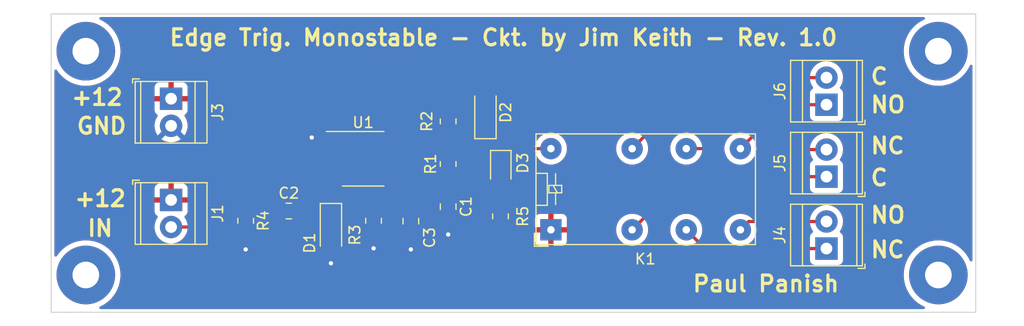
<source format=kicad_pcb>
(kicad_pcb (version 20221018) (generator pcbnew)
  (title_block (title "Edge Triggered Monostable (1 sec duration)") (date "2023-07-30") (rev "1.0") (company "Paul Panish"))
  (layers (0 "F.Cu" signal) (31 "B.Cu" signal) (34 "B.Paste" user) (35 "F.Paste" user) (36 "B.SilkS" user "B.Silkscreen") (37 "F.SilkS" user "F.Silkscreen") (38 "B.Mask" user) (39 "F.Mask" user) (44 "Edge.Cuts" user))
  (net 0 "")
  (net 1 "Net-(U1-TR)")
  (net 2 "GND")
  (net 3 "Net-(J1-Pin_2)")
  (net 4 "Net-(D1-K)")
  (net 5 "Net-(U1-CV)")
  (net 6 "+12V")
  (net 7 "Net-(D2-A)")
  (net 8 "Net-(U1-DIS)")
  (net 9 "Net-(D3-A)")
  (net 10 "Net-(J4-Pin_1)")
  (net 11 "Net-(J4-Pin_2)")
  (net 12 "Net-(J5-Pin_1)")
  (net 13 "Net-(J5-Pin_2)")
  (net 14 "Net-(J6-Pin_1)")
  (net 15 "Net-(J6-Pin_2)")
  (footprint "TerminalBlock_TE-Connectivity:TerminalBlock_TE_282834-2_1x02_P2.54mm_Horizontal" (layer "F.Cu") (at 153.5 95.02 90)
    (fp_text reference "J6" (at 1.27 -4.37 90) (layer "F.SilkS"))
    (fp_text value "Screw_Terminal_01x02")
    (fp_line (start -1.86 2.97) (end -1.86 3.61) (stroke (width 0.12)) (layer "F.SilkS"))
    (fp_line (start -1.86 3.61) (end -1.46 3.61) (stroke (width 0.12)) (layer "F.SilkS"))
    (fp_line (start -1.62 -3.37) (end -1.62 3.37) (stroke (width 0.12)) (layer "F.SilkS"))
    (fp_line (start -1.62 -3.37) (end 4.16 -3.37) (stroke (width 0.12)) (layer "F.SilkS"))
    (fp_line (start -1.62 -2.25) (end 4.16 -2.25) (stroke (width 0.12)) (layer "F.SilkS"))
    (fp_line (start -1.62 2.85) (end 4.16 2.85) (stroke (width 0.12)) (layer "F.SilkS"))
    (fp_line (start -1.62 3.37) (end 4.16 3.37) (stroke (width 0.12)) (layer "F.SilkS"))
    (fp_line (start 4.16 -3.37) (end 4.16 3.37) (stroke (width 0.12)) (layer "F.SilkS"))
    (pad "1" thru_hole rect (at 0 0 90) (size 2.1 2.1) (drill 1.1) (layers "*.Cu" "*.Mask") (net 14 "Net-(J6-Pin_1)"))
    (pad "2" thru_hole circle (at 2.54 0 90) (size 2.1 2.1) (drill 1.1) (layers "*.Cu" "*.Mask") (net 15 "Net-(J6-Pin_2)"))
  )
  (footprint "TerminalBlock_TE-Connectivity:TerminalBlock_TE_282834-2_1x02_P2.54mm_Horizontal" (layer "F.Cu") (at 92 103.96 -90)
    (fp_text reference "J1" (at 1.27 -4.37 -90) (layer "F.SilkS"))
    (fp_text value "Screw_Terminal_01x02")
    (fp_line (start -1.86 2.97) (end -1.86 3.61) (stroke (width 0.12)) (layer "F.SilkS"))
    (fp_line (start -1.86 3.61) (end -1.46 3.61) (stroke (width 0.12)) (layer "F.SilkS"))
    (fp_line (start -1.62 -3.37) (end -1.62 3.37) (stroke (width 0.12)) (layer "F.SilkS"))
    (fp_line (start -1.62 -3.37) (end 4.16 -3.37) (stroke (width 0.12)) (layer "F.SilkS"))
    (fp_line (start -1.62 -2.25) (end 4.16 -2.25) (stroke (width 0.12)) (layer "F.SilkS"))
    (fp_line (start -1.62 2.85) (end 4.16 2.85) (stroke (width 0.12)) (layer "F.SilkS"))
    (fp_line (start -1.62 3.37) (end 4.16 3.37) (stroke (width 0.12)) (layer "F.SilkS"))
    (fp_line (start 4.16 -3.37) (end 4.16 3.37) (stroke (width 0.12)) (layer "F.SilkS"))
    (pad "1" thru_hole rect (at 0 0 270) (size 2.1 2.1) (drill 1.1) (layers "*.Cu" "*.Mask") (net 6 "+12V"))
    (pad "2" thru_hole circle (at 2.54 0 270) (size 2.1 2.1) (drill 1.1) (layers "*.Cu" "*.Mask") (net 3 "Net-(J1-Pin_2)"))
  )
  (footprint "Relay_THT:Relay_DPDT_Omron_G5V-2" (layer "F.Cu") (at 127.6425 106.7625 90)
    (fp_text reference "K1" (at -2.7375 8.8575) (layer "F.SilkS"))
    (fp_text value "G5V-2" hide)
    (fp_line (start -1.54 -1.55) (end -0.33 -1.55) (stroke (width 0.12)) (layer "F.SilkS"))
    (fp_line (start -1.54 -0.25) (end -1.54 -1.55) (stroke (width 0.12)) (layer "F.SilkS"))
    (fp_line (start -1.38 -1.4) (end -1.38 19.19) (stroke (width 0.12)) (layer "F.SilkS"))
    (fp_line (start -1.38 19.19) (end 9 19.19) (stroke (width 0.12)) (layer "F.SilkS"))
    (fp_line (start 2.3 -1.4) (end 2.3 -0.36) (stroke (width 0.12)) (layer "F.SilkS"))
    (fp_line (start 2.3 -0.34) (end 5.3 -0.34) (stroke (width 0.12)) (layer "F.SilkS"))
    (fp_line (start 3.47 -0.19) (end 3.47 1.01) (stroke (width 0.12)) (layer "F.SilkS"))
    (fp_line (start 3.47 0.44) (end 2.37 0.44) (stroke (width 0.12)) (layer "F.SilkS"))
    (fp_line (start 3.47 0.61) (end 4.17 0.21) (stroke (width 0.12)) (layer "F.SilkS"))
    (fp_line (start 3.47 1.01) (end 4.17 1.01) (stroke (width 0.12)) (layer "F.SilkS"))
    (fp_line (start 4.17 -0.19) (end 3.47 -0.19) (stroke (width 0.12)) (layer "F.SilkS"))
    (fp_line (start 4.17 0.44) (end 5.27 0.44) (stroke (width 0.12)) (layer "F.SilkS"))
    (fp_line (start 4.17 1.01) (end 4.17 -0.19) (stroke (width 0.12)) (layer "F.SilkS"))
    (fp_line (start 5.3 -0.34) (end 5.3 -1.4) (stroke (width 0.12)) (layer "F.SilkS"))
    (fp_line (start 9 -1.4) (end -1.38 -1.4) (stroke (width 0.12)) (layer "F.SilkS"))
    (fp_line (start 9 19.19) (end 9 -1.4) (stroke (width 0.12)) (layer "F.SilkS"))
    (pad "1" thru_hole rect (at 0 0 90) (size 2 2) (drill 0.7) (layers "*.Cu" "*.Mask") (net 6 "+12V"))
    (pad "4" thru_hole circle (at 0 7.62 90) (size 2 2) (drill 0.7) (layers "*.Cu" "*.Mask") (net 12 "Net-(J5-Pin_1)"))
    (pad "6" thru_hole circle (at 0 12.7 90) (size 2 2) (drill 0.7) (layers "*.Cu" "*.Mask") (net 10 "Net-(J4-Pin_1)"))
    (pad "8" thru_hole circle (at 0 17.78 90) (size 2 2) (drill 0.7) (layers "*.Cu" "*.Mask") (net 11 "Net-(J4-Pin_2)"))
    (pad "9" thru_hole circle (at 7.62 17.78 90) (size 2 2) (drill 0.7) (layers "*.Cu" "*.Mask") (net 14 "Net-(J6-Pin_1)"))
    (pad "11" thru_hole circle (at 7.62 12.7 90) (size 2 2) (drill 0.7) (layers "*.Cu" "*.Mask") (net 13 "Net-(J5-Pin_2)"))
    (pad "13" thru_hole circle (at 7.62 7.62 90) (size 2 2) (drill 0.7) (layers "*.Cu" "*.Mask") (net 15 "Net-(J6-Pin_2)"))
    (pad "16" thru_hole circle (at 7.62 0 90) (size 2 2) (drill 0.7) (layers "*.Cu" "*.Mask") (net 7 "Net-(D2-A)"))
  )
  (footprint "MountingHole:MountingHole_2.5mm" (layer "F.Cu") (at 164 111)
    (fp_text reference "REF**" hide)
    (fp_text value "MountingHole_2.5mm")
    (pad "" np_thru_hole circle (at 0 0) (size 5.5 5.5) (drill 2.5) (layers "F&B.Cu" "*.Mask"))
  )
  (footprint "Resistor_SMD:R_0805_2012Metric" (layer "F.Cu") (at 118 100.5875 90)
    (fp_text reference "R1" (at 0 -1.65 90) (layer "F.SilkS"))
    (fp_text value "1M" hide)
    (fp_line (start -0.227064 -0.735) (end 0.227064 -0.735) (stroke (width 0.12)) (layer "F.SilkS"))
    (fp_line (start -0.227064 0.735) (end 0.227064 0.735) (stroke (width 0.12)) (layer "F.SilkS"))
    (pad "1" smd roundrect (at -0.9125 0 90) (size 1.025 1.4) (layers "F.Cu" "F.Paste" "F.Mask") (roundrect_rratio 0.243902439) (net 1 "Net-(U1-TR)"))
    (pad "2" smd roundrect (at 0.9125 0 90) (size 1.025 1.4) (layers "F.Cu" "F.Paste" "F.Mask") (roundrect_rratio 0.243902439) (net 8 "Net-(U1-DIS)"))
  )
  (footprint "Resistor_SMD:R_0805_2012Metric" (layer "F.Cu") (at 118 96.5875 -90)
    (fp_text reference "R2" (at 0 2 90) (layer "F.SilkS"))
    (fp_text value "10K" hide)
    (fp_line (start -0.227064 -0.735) (end 0.227064 -0.735) (stroke (width 0.12)) (layer "F.SilkS"))
    (fp_line (start -0.227064 0.735) (end 0.227064 0.735) (stroke (width 0.12)) (layer "F.SilkS"))
    (pad "1" smd roundrect (at -0.9125 0 270) (size 1.025 1.4) (layers "F.Cu" "F.Paste" "F.Mask") (roundrect_rratio 0.243902439) (net 6 "+12V"))
    (pad "2" smd roundrect (at 0.9125 0 270) (size 1.025 1.4) (layers "F.Cu" "F.Paste" "F.Mask") (roundrect_rratio 0.243902439) (net 8 "Net-(U1-DIS)"))
  )
  (footprint "LED_SMD:LED_0805_2012Metric" (layer "F.Cu") (at 122.9375 101 -90)
    (fp_text reference "D3" (at -0.5 -2.0625 90) (layer "F.SilkS"))
    (fp_text value "LED")
    (fp_line (start -1.685 -0.96) (end -1.685 0.96) (stroke (width 0.12)) (layer "F.SilkS"))
    (fp_line (start -1.685 0.96) (end 1 0.96) (stroke (width 0.12)) (layer "F.SilkS"))
    (fp_line (start 1 -0.96) (end -1.685 -0.96) (stroke (width 0.12)) (layer "F.SilkS"))
    (pad "1" smd roundrect (at -0.9375 0 270) (size 0.975 1.4) (layers "F.Cu" "F.Paste" "F.Mask") (net 7 "Net-(D2-A)"))
    (pad "2" smd roundrect (at 0.9375 0 270) (size 0.975 1.4) (layers "F.Cu" "F.Paste" "F.Mask") (net 9 "Net-(D3-A)"))
  )
  (footprint "MountingHole:MountingHole_2.5mm" (layer "F.Cu") (at 84 111)
    (fp_text reference "REF**" hide)
    (fp_text value "MountingHole_2.5mm")
    (pad "" np_thru_hole circle (at 0 0) (size 5.5 5.5) (drill 2.5) (layers "F&B.Cu" "*.Mask"))
  )
  (footprint "TerminalBlock_TE-Connectivity:TerminalBlock_TE_282834-2_1x02_P2.54mm_Horizontal" (layer "F.Cu") (at 153.5 101.77 90)
    (fp_text reference "J5" (at 1.27 -4.37 90) (layer "F.SilkS"))
    (fp_text value "Screw_Terminal_01x02")
    (fp_line (start -1.86 2.97) (end -1.86 3.61) (stroke (width 0.12)) (layer "F.SilkS"))
    (fp_line (start -1.86 3.61) (end -1.46 3.61) (stroke (width 0.12)) (layer "F.SilkS"))
    (fp_line (start -1.62 -3.37) (end -1.62 3.37) (stroke (width 0.12)) (layer "F.SilkS"))
    (fp_line (start -1.62 -3.37) (end 4.16 -3.37) (stroke (width 0.12)) (layer "F.SilkS"))
    (fp_line (start -1.62 -2.25) (end 4.16 -2.25) (stroke (width 0.12)) (layer "F.SilkS"))
    (fp_line (start -1.62 2.85) (end 4.16 2.85) (stroke (width 0.12)) (layer "F.SilkS"))
    (fp_line (start -1.62 3.37) (end 4.16 3.37) (stroke (width 0.12)) (layer "F.SilkS"))
    (fp_line (start 4.16 -3.37) (end 4.16 3.37) (stroke (width 0.12)) (layer "F.SilkS"))
    (pad "1" thru_hole rect (at 0 0 90) (size 2.1 2.1) (drill 1.1) (layers "*.Cu" "*.Mask") (net 12 "Net-(J5-Pin_1)"))
    (pad "2" thru_hole circle (at 2.54 0 90) (size 2.1 2.1) (drill 1.1) (layers "*.Cu" "*.Mask") (net 13 "Net-(J5-Pin_2)"))
  )
  (footprint "TerminalBlock_TE-Connectivity:TerminalBlock_TE_282834-2_1x02_P2.54mm_Horizontal" (layer "F.Cu") (at 153.5 108.52 90)
    (fp_text reference "J4" (at 1.27 -4.37 90) (layer "F.SilkS"))
    (fp_text value "Screw_Terminal_01x02")
    (fp_line (start -1.86 2.97) (end -1.86 3.61) (stroke (width 0.12)) (layer "F.SilkS"))
    (fp_line (start -1.86 3.61) (end -1.46 3.61) (stroke (width 0.12)) (layer "F.SilkS"))
    (fp_line (start -1.62 -3.37) (end -1.62 3.37) (stroke (width 0.12)) (layer "F.SilkS"))
    (fp_line (start -1.62 -3.37) (end 4.16 -3.37) (stroke (width 0.12)) (layer "F.SilkS"))
    (fp_line (start -1.62 -2.25) (end 4.16 -2.25) (stroke (width 0.12)) (layer "F.SilkS"))
    (fp_line (start -1.62 2.85) (end 4.16 2.85) (stroke (width 0.12)) (layer "F.SilkS"))
    (fp_line (start -1.62 3.37) (end 4.16 3.37) (stroke (width 0.12)) (layer "F.SilkS"))
    (fp_line (start 4.16 -3.37) (end 4.16 3.37) (stroke (width 0.12)) (layer "F.SilkS"))
    (pad "1" thru_hole rect (at 0 0 90) (size 2.1 2.1) (drill 1.1) (layers "*.Cu" "*.Mask") (net 10 "Net-(J4-Pin_1)"))
    (pad "2" thru_hole circle (at 2.54 0 90) (size 2.1 2.1) (drill 1.1) (layers "*.Cu" "*.Mask") (net 11 "Net-(J4-Pin_2)"))
  )
  (footprint "Package_SO:SOIC-8_3.9x4.9mm_P1.27mm" (layer "F.Cu") (at 110.025 100.095)
    (fp_text reference "U1" (at 0 -3.4) (layer "F.SilkS"))
    (fp_text value "NE555D" hide)
    (fp_line (start 0 -2.56) (end -3.45 -2.56) (stroke (width 0.12)) (layer "F.SilkS"))
    (fp_line (start 0 -2.56) (end 1.95 -2.56) (stroke (width 0.12)) (layer "F.SilkS"))
    (fp_line (start 0 2.56) (end -1.95 2.56) (stroke (width 0.12)) (layer "F.SilkS"))
    (fp_line (start 0 2.56) (end 1.95 2.56) (stroke (width 0.12)) (layer "F.SilkS"))
    (pad "1" smd roundrect (at -2.475 -1.905) (size 1.95 0.6) (layers "F.Cu" "F.Paste" "F.Mask") (net 2 "GND"))
    (pad "2" smd roundrect (at -2.475 -0.635) (size 1.95 0.6) (layers "F.Cu" "F.Paste" "F.Mask") (net 1 "Net-(U1-TR)"))
    (pad "3" smd roundrect (at -2.475 0.635) (size 1.95 0.6) (layers "F.Cu" "F.Paste" "F.Mask") (net 7 "Net-(D2-A)"))
    (pad "4" smd roundrect (at -2.475 1.905) (size 1.95 0.6) (layers "F.Cu" "F.Paste" "F.Mask") (net 6 "+12V"))
    (pad "5" smd roundrect (at 2.475 1.905) (size 1.95 0.6) (layers "F.Cu" "F.Paste" "F.Mask") (net 5 "Net-(U1-CV)"))
    (pad "6" smd roundrect (at 2.475 0.635) (size 1.95 0.6) (layers "F.Cu" "F.Paste" "F.Mask") (net 4 "Net-(D1-K)"))
    (pad "7" smd roundrect (at 2.475 -0.635) (size 1.95 0.6) (layers "F.Cu" "F.Paste" "F.Mask") (net 8 "Net-(U1-DIS)"))
    (pad "8" smd roundrect (at 2.475 -1.905) (size 1.95 0.6) (layers "F.Cu" "F.Paste" "F.Mask") (net 6 "+12V"))
  )
  (footprint "Resistor_SMD:R_0805_2012Metric" (layer "F.Cu") (at 122.9125 105.5 90)
    (fp_text reference "R5" (at 0 2.0875 90) (layer "F.SilkS"))
    (fp_text value "1.5K")
    (fp_line (start -0.227064 -0.735) (end 0.227064 -0.735) (stroke (width 0.12)) (layer "F.SilkS"))
    (fp_line (start -0.227064 0.735) (end 0.227064 0.735) (stroke (width 0.12)) (layer "F.SilkS"))
    (pad "1" smd roundrect (at -0.9125 0 90) (size 1.025 1.4) (layers "F.Cu" "F.Paste" "F.Mask") (roundrect_rratio 0.243902439) (net 6 "+12V"))
    (pad "2" smd roundrect (at 0.9125 0 90) (size 1.025 1.4) (layers "F.Cu" "F.Paste" "F.Mask") (roundrect_rratio 0.243902439) (net 9 "Net-(D3-A)"))
  )
  (footprint "Diode_SMD:D_SOD-123" (layer "F.Cu") (at 107 106.65 -90)
    (fp_text reference "D1" (at 1.35 2 90) (layer "F.SilkS"))
    (fp_text value "1N4148" hide)
    (fp_line (start -2.36 -1) (end -2.36 1) (stroke (width 0.12)) (layer "F.SilkS"))
    (fp_line (start -2.36 -1) (end 1.65 -1) (stroke (width 0.12)) (layer "F.SilkS"))
    (fp_line (start -2.36 1) (end 1.65 1) (stroke (width 0.12)) (layer "F.SilkS"))
    (pad "1" smd roundrect (at -1.65 0 270) (size 0.9 1.2) (layers "F.Cu" "F.Paste" "F.Mask") (net 4 "Net-(D1-K)"))
    (pad "2" smd roundrect (at 1.65 0 270) (size 0.9 1.2) (layers "F.Cu" "F.Paste" "F.Mask") (net 2 "GND"))
  )
  (footprint "Capacitor_SMD:C_0805_2012Metric" (layer "F.Cu") (at 114.5 105.95 -90)
    (fp_text reference "C3" (at 1.55 -1.75 90) (layer "F.SilkS"))
    (fp_text value "100nf" hide)
    (fp_line (start -0.261252 -0.735) (end 0.261252 -0.735) (stroke (width 0.12)) (layer "F.SilkS"))
    (fp_line (start -0.261252 0.735) (end 0.261252 0.735) (stroke (width 0.12)) (layer "F.SilkS"))
    (pad "1" smd roundrect (at -0.95 0 270) (size 1 1.45) (layers "F.Cu" "F.Paste" "F.Mask") (net 5 "Net-(U1-CV)"))
    (pad "2" smd roundrect (at 0.95 0 270) (size 1 1.45) (layers "F.Cu" "F.Paste" "F.Mask") (net 2 "GND"))
  )
  (footprint "Capacitor_SMD:C_0805_2012Metric" (layer "F.Cu") (at 118 104.5875 -90)
    (fp_text reference "C1" (at 0 -1.68 90) (layer "F.SilkS"))
    (fp_text value "10uf" hide)
    (fp_line (start -0.261252 -0.735) (end 0.261252 -0.735) (stroke (width 0.12)) (layer "F.SilkS"))
    (fp_line (start -0.261252 0.735) (end 0.261252 0.735) (stroke (width 0.12)) (layer "F.SilkS"))
    (pad "1" smd roundrect (at -0.95 0 270) (size 1 1.45) (layers "F.Cu" "F.Paste" "F.Mask") (net 1 "Net-(U1-TR)"))
    (pad "2" smd roundrect (at 0.95 0 270) (size 1 1.45) (layers "F.Cu" "F.Paste" "F.Mask") (net 2 "GND"))
  )
  (footprint "Resistor_SMD:R_0805_2012Metric" (layer "F.Cu") (at 111 105.9125 -90)
    (fp_text reference "R3" (at 1.3375 1.75 90) (layer "F.SilkS"))
    (fp_text value "10K" hide)
    (fp_line (start -0.227064 -0.735) (end 0.227064 -0.735) (stroke (width 0.12)) (layer "F.SilkS"))
    (fp_line (start -0.227064 0.735) (end 0.227064 0.735) (stroke (width 0.12)) (layer "F.SilkS"))
    (pad "1" smd roundrect (at -0.9125 0 270) (size 1.025 1.4) (layers "F.Cu" "F.Paste" "F.Mask") (roundrect_rratio 0.243902439) (net 4 "Net-(D1-K)"))
    (pad "2" smd roundrect (at 0.9125 0 270) (size 1.025 1.4) (layers "F.Cu" "F.Paste" "F.Mask") (roundrect_rratio 0.243902439) (net 2 "GND"))
  )
  (footprint "TerminalBlock_TE-Connectivity:TerminalBlock_TE_282834-2_1x02_P2.54mm_Horizontal" (layer "F.Cu") (at 92 94.46 -90)
    (fp_text reference "J3" (at 1.27 -4.37 -90) (layer "F.SilkS"))
    (fp_text value "Screw_Terminal_01x02")
    (fp_line (start -1.86 2.97) (end -1.86 3.61) (stroke (width 0.12)) (layer "F.SilkS"))
    (fp_line (start -1.86 3.61) (end -1.46 3.61) (stroke (width 0.12)) (layer "F.SilkS"))
    (fp_line (start -1.62 -3.37) (end -1.62 3.37) (stroke (width 0.12)) (layer "F.SilkS"))
    (fp_line (start -1.62 -3.37) (end 4.16 -3.37) (stroke (width 0.12)) (layer "F.SilkS"))
    (fp_line (start -1.62 -2.25) (end 4.16 -2.25) (stroke (width 0.12)) (layer "F.SilkS"))
    (fp_line (start -1.62 2.85) (end 4.16 2.85) (stroke (width 0.12)) (layer "F.SilkS"))
    (fp_line (start -1.62 3.37) (end 4.16 3.37) (stroke (width 0.12)) (layer "F.SilkS"))
    (fp_line (start 4.16 -3.37) (end 4.16 3.37) (stroke (width 0.12)) (layer "F.SilkS"))
    (pad "1" thru_hole rect (at 0 0 270) (size 2.1 2.1) (drill 1.1) (layers "*.Cu" "*.Mask") (net 6 "+12V"))
    (pad "2" thru_hole circle (at 2.54 0 270) (size 2.1 2.1) (drill 1.1) (layers "*.Cu" "*.Mask") (net 2 "GND"))
  )
  (footprint "MountingHole:MountingHole_2.5mm" (layer "F.Cu") (at 84 90)
    (fp_text reference "REF**" hide)
    (fp_text value "MountingHole_2.5mm")
    (pad "" np_thru_hole circle (at 0 0) (size 5.5 5.5) (drill 2.5) (layers "F&B.Cu" "*.Mask"))
  )
  (footprint "MountingHole:MountingHole_2.5mm" (layer "F.Cu") (at 164 90)
    (fp_text reference "REF**" hide)
    (fp_text value "MountingHole_2.5mm")
    (pad "" np_thru_hole circle (at 0 0) (size 5.5 5.5) (drill 2.5) (layers "F&B.Cu" "*.Mask"))
  )
  (footprint "Diode_SMD:D_SOD-123" (layer "F.Cu") (at 121.5 95.85 90)
    (fp_text reference "D2" (at 0.1 1.9 90) (layer "F.SilkS"))
    (fp_text value "1N4148" hide)
    (fp_line (start -2.36 -1) (end -2.36 1) (stroke (width 0.12)) (layer "F.SilkS"))
    (fp_line (start -2.36 -1) (end 1.65 -1) (stroke (width 0.12)) (layer "F.SilkS"))
    (fp_line (start -2.36 1) (end 1.65 1) (stroke (width 0.12)) (layer "F.SilkS"))
    (pad "1" smd roundrect (at -1.65 0 90) (size 0.9 1.2) (layers "F.Cu" "F.Paste" "F.Mask") (net 6 "+12V"))
    (pad "2" smd roundrect (at 1.65 0 90) (size 0.9 1.2) (layers "F.Cu" "F.Paste" "F.Mask") (net 7 "Net-(D2-A)"))
  )
  (footprint "Resistor_SMD:R_0805_2012Metric" (layer "F.Cu") (at 99 105.9125 -90)
    (fp_text reference "R4" (at 0 -1.65 90) (layer "F.SilkS"))
    (fp_text value "10K" hide)
    (fp_line (start -0.227064 -0.735) (end 0.227064 -0.735) (stroke (width 0.12)) (layer "F.SilkS"))
    (fp_line (start -0.227064 0.735) (end 0.227064 0.735) (stroke (width 0.12)) (layer "F.SilkS"))
    (pad "1" smd roundrect (at -0.9125 0 270) (size 1.025 1.4) (layers "F.Cu" "F.Paste" "F.Mask") (roundrect_rratio 0.243902439) (net 3 "Net-(J1-Pin_2)"))
    (pad "2" smd roundrect (at 0.9125 0 270) (size 1.025 1.4) (layers "F.Cu" "F.Paste" "F.Mask") (roundrect_rratio 0.243902439) (net 2 "GND"))
  )
  (footprint "Capacitor_SMD:C_0805_2012Metric" (layer "F.Cu") (at 103.05 105)
    (fp_text reference "C2" (at 0 -1.68) (layer "F.SilkS"))
    (fp_text value "100nf" hide)
    (fp_line (start -0.261252 -0.735) (end 0.261252 -0.735) (stroke (width 0.12)) (layer "F.SilkS"))
    (fp_line (start -0.261252 0.735) (end 0.261252 0.735) (stroke (width 0.12)) (layer "F.SilkS"))
    (pad "1" smd roundrect (at -0.95 0) (size 1 1.45) (layers "F.Cu" "F.Paste" "F.Mask") (net 3 "Net-(J1-Pin_2)"))
    (pad "2" smd roundrect (at 0.95 0) (size 1 1.45) (layers "F.Cu" "F.Paste" "F.Mask") (net 4 "Net-(D1-K)"))
  )
  (gr_line (start 167.5 86.5) (end 164.5 86.5) (stroke (width 0.1)) (layer "Edge.Cuts"))
  (gr_line (start 164.5 114.5) (end 82.5 114.5) (stroke (width 0.1)) (layer "Edge.Cuts"))
  (gr_line (start 82.5 86.5) (end 80.75 86.5) (stroke (width 0.1)) (layer "Edge.Cuts"))
  (gr_line (start 82.5 86.5) (end 164.5 86.5) (stroke (width 0.1)) (layer "Edge.Cuts"))
  (gr_line (start 80.75 86.5) (end 80.75 114.5) (stroke (width 0.1)) (layer "Edge.Cuts"))
  (gr_line (start 167.5 114.5) (end 167.5 86.5) (stroke (width 0.1)) (layer "Edge.Cuts"))
  (gr_line (start 164.5 114.5) (end 167.5 114.5) (stroke (width 0.1)) (layer "Edge.Cuts"))
  (gr_line (start 80.75 114.5) (end 82.5 114.5) (stroke (width 0.1)) (layer "Edge.Cuts"))
  (gr_text "GND" (at 83 97.9) (layer "F.SilkS") (effects (font (size 1.5 1.5) (thickness 0.3)) (justify left bottom)))
  (gr_text "NC" (at 157.5 109.5) (layer "F.SilkS") (effects (font (size 1.5 1.5) (thickness 0.3)) (justify left bottom)))
  (gr_text "+12" (at 82.5 95.2) (layer "F.SilkS") (effects (font (size 1.5 1.5) (thickness 0.3)) (justify left bottom)))
  (gr_text "C" (at 157.5 93.25) (layer "F.SilkS") (effects (font (size 1.5 1.5) (thickness 0.3)) (justify left bottom)))
  (gr_text "C" (at 157.5 102.75) (layer "F.SilkS") (effects (font (size 1.5 1.5) (thickness 0.3)) (justify left bottom)))
  (gr_text "Edge Trig. Monostable - Ckt. by Jim Keith - Rev. 1.0" (at 91.7 89.6) (layer "F.SilkS") (effects (font (size 1.5 1.5) (thickness 0.3)) (justify left bottom)))
  (gr_text "NC" (at 157.5 99.75) (layer "F.SilkS") (effects (font (size 1.5 1.5) (thickness 0.3)) (justify left bottom)))
  (gr_text "IN" (at 84 107.5) (layer "F.SilkS") (effects (font (size 1.5 1.5) (thickness 0.3) bold) (justify left bottom)))
  (gr_text "NO" (at 157.5 95.9) (layer "F.SilkS") (effects (font (size 1.5 1.5) (thickness 0.3)) (justify left bottom)))
  (gr_text "+12" (at 82.8 104.7) (layer "F.SilkS") (effects (font (size 1.5 1.5) (thickness 0.3)) (justify left bottom)))
  (gr_text "NO" (at 157.5 106.25) (layer "F.SilkS") (effects (font (size 1.5 1.5) (thickness 0.3)) (justify left bottom)))
  (gr_text "Paul Panish" (at 140.8 112.7) (layer "F.SilkS") (effects (font (size 1.5 1.5) (thickness 0.3)) (justify left bottom)))
  (segment (start 118 103.6375) (end 118 101.5) (width 0.3) (layer "F.Cu") (net 1))
  (segment (start 115.9 105.2) (end 117.4625 103.6375) (width 0.3) (layer "F.Cu") (net 1))
  (segment (start 107.55 99.46) (end 106.59 99.46) (width 0.3) (layer "F.Cu") (net 1))
  (segment (start 106.59 99.46) (end 103.05 103) (width 0.3) (layer "F.Cu") (net 1))
  (segment (start 117.4625 103.6375) (end 118 103.6375) (width 0.3) (layer "F.Cu") (net 1))
  (segment (start 115.9 105.95) (end 115.9 105.2) (width 0.3) (layer "F.Cu") (net 1))
  (segment (start 103.05 106.5) (end 109.1 106.5) (width 0.3) (layer "F.Cu") (net 1))
  (segment (start 109.65 105.95) (end 115.9 105.95) (width 0.3) (layer "F.Cu") (net 1))
  (segment (start 103.05 103) (end 103.05 106.5) (width 0.3) (layer "F.Cu") (net 1))
  (segment (start 109.1 106.5) (end 109.65 105.95) (width 0.3) (layer "F.Cu") (net 1))
  (segment (start 118 105.5375) (end 118 107.2) (width 0.3) (layer "F.Cu") (net 2))
  (segment (start 107 108.3) (end 107 109.9) (width 0.3) (layer "F.Cu") (net 2))
  (segment (start 107.55 98.19) (end 105.29 98.19) (width 0.3) (layer "F.Cu") (net 2))
  (segment (start 114.5 106.9) (end 114.5 108.6) (width 0.3) (layer "F.Cu") (net 2))
  (segment (start 105.29 98.19) (end 105.2 98.1) (width 0.3) (layer "F.Cu") (net 2))
  (segment (start 111 106.825) (end 111 108.5) (width 0.3) (layer "F.Cu") (net 2))
  (segment (start 99 106.825) (end 99 108.6) (width 0.3) (layer "F.Cu") (net 2))
  (via (at 118 107.2) (size 0.8) (drill 0.4) (layers "F.Cu" "B.Cu") (net 2))
  (via (at 111 108.5) (size 0.8) (drill 0.4) (layers "F.Cu" "B.Cu") (net 2))
  (via (at 114.5 108.6) (size 0.8) (drill 0.4) (layers "F.Cu" "B.Cu") (net 2))
  (via (at 99 108.6) (size 0.8) (drill 0.4) (layers "F.Cu" "B.Cu") (net 2))
  (via (at 105.2 98.1) (size 0.8) (drill 0.4) (layers "F.Cu" "B.Cu") (net 2))
  (via (at 107 109.9) (size 0.8) (drill 0.4) (layers "F.Cu" "B.Cu") (net 2))
  (segment (start 95.3 106.5) (end 96.8 105) (width 0.3) (layer "F.Cu") (net 3))
  (segment (start 92 106.5) (end 95.3 106.5) (width 0.3) (layer "F.Cu") (net 3))
  (segment (start 99 105) (end 102.1 105) (width 0.3) (layer "F.Cu") (net 3))
  (segment (start 96.8 105) (end 99 105) (width 0.3) (layer "F.Cu") (net 3))
  (segment (start 111 101.5) (end 111.77 100.73) (width 0.3) (layer "F.Cu") (net 4))
  (segment (start 104 105) (end 111 105) (width 0.3) (layer "F.Cu") (net 4))
  (segment (start 111.77 100.73) (end 112.5 100.73) (width 0.3) (layer "F.Cu") (net 4))
  (segment (start 111 105) (end 111 101.5) (width 0.3) (layer "F.Cu") (net 4))
  (segment (start 112.5 103) (end 112.5 102) (width 0.3) (layer "F.Cu") (net 5))
  (segment (start 114.5 105) (end 112.5 103) (width 0.3) (layer "F.Cu") (net 5))
  (segment (start 110 102) (end 110 100) (width 0.3) (layer "F.Cu") (net 6))
  (segment (start 111.81 98.19) (end 112.5 98.19) (width 0.3) (layer "F.Cu") (net 6))
  (segment (start 107.55 102) (end 110 102) (width 0.3) (layer "F.Cu") (net 6))
  (segment (start 110 100) (end 111.81 98.19) (width 0.3) (layer "F.Cu") (net 6))
  (segment (start 108.9 99.61533) (end 114.31533 94.2) (width 0.3) (layer "F.Cu") (net 7))
  (segment (start 123.8575 99.1425) (end 127.6425 99.1425) (width 0.3) (layer "F.Cu") (net 7))
  (segment (start 122.9375 95.6375) (end 122.9375 100.0625) (width 0.3) (layer "F.Cu") (net 7))
  (segment (start 108.9 99.8) (end 108.9 99.61533) (width 0.3) (layer "F.Cu") (net 7))
  (segment (start 121.5 94.2) (end 122.9375 95.6375) (width 0.3) (layer "F.Cu") (net 7))
  (segment (start 122.9375 100.0625) (end 123.8575 99.1425) (width 0.3) (layer "F.Cu") (net 7))
  (segment (start 107.55 100.73) (end 107.97 100.73) (width 0.3) (layer "F.Cu") (net 7))
  (segment (start 114.31533 94.2) (end 121.5 94.2) (width 0.3) (layer "F.Cu") (net 7))
  (segment (start 107.97 100.73) (end 108.9 99.8) (width 0.3) (layer "F.Cu") (net 7))
  (segment (start 112.5 99.46) (end 117.785 99.46) (width 0.3) (layer "F.Cu") (net 8))
  (segment (start 117.785 99.46) (end 118 99.675) (width 0.3) (layer "F.Cu") (net 8))
  (segment (start 118 99.675) (end 118 97.5) (width 0.3) (layer "F.Cu") (net 8))
  (segment (start 122.9375 104.5625) (end 122.9125 104.5875) (width 0.3) (layer "F.Cu") (net 9))
  (segment (start 122.9375 101.9375) (end 122.9375 104.5625) (width 0.3) (layer "F.Cu") (net 9))
  (segment (start 142.1 108.52) (end 153.5 108.52) (width 0.3) (layer "F.Cu") (net 10))
  (segment (start 140.3425 106.7625) (end 142.1 108.52) (width 0.3) (layer "F.Cu") (net 10))
  (segment (start 145.4225 106.7625) (end 146.205 105.98) (width 0.3) (layer "F.Cu") (net 11))
  (segment (start 146.205 105.98) (end 153.5 105.98) (width 0.3) (layer "F.Cu") (net 11))
  (segment (start 139.525 102.5) (end 148 102.5) (width 0.3) (layer "F.Cu") (net 12))
  (segment (start 148.73 101.77) (end 153.5 101.77) (width 0.3) (layer "F.Cu") (net 12))
  (segment (start 148 102.5) (end 148.73 101.77) (width 0.3) (layer "F.Cu") (net 12))
  (segment (start 135.2625 106.7625) (end 139.525 102.5) (width 0.3) (layer "F.Cu") (net 12))
  (segment (start 142.1425 99.1425) (end 144 101) (width 0.3) (layer "F.Cu") (net 13))
  (segment (start 147.5 101) (end 149.27 99.23) (width 0.3) (layer "F.Cu") (net 13))
  (segment (start 140.3425 99.1425) (end 142.1425 99.1425) (width 0.3) (layer "F.Cu") (net 13))
  (segment (start 149.27 99.23) (end 153.5 99.23) (width 0.3) (layer "F.Cu") (net 13))
  (segment (start 144 101) (end 147.5 101) (width 0.3) (layer "F.Cu") (net 13))
  (segment (start 145.4225 99.1425) (end 149.545 95.02) (width 0.3) (layer "F.Cu") (net 14))
  (segment (start 149.545 95.02) (end 153.5 95.02) (width 0.3) (layer "F.Cu") (net 14))
  (segment (start 135.2625 99.1425) (end 141.925 92.48) (width 0.3) (layer "F.Cu") (net 15))
  (segment (start 141.925 92.48) (end 153.5 92.48) (width 0.3) (layer "F.Cu") (net 15))
  (zone (net 6) (net_name "+12V") (layer "F.Cu") (connect_pads (clearance 0.5)) (min_thickness 0.25) (fill yes (thermal_gap 0.5) (thermal_bridge_width 0.5))
    (polygon (pts (xy 80.75 86.5) (xy 167.5 86.5) (xy 167.5 114.5) (xy 80.75 114.5)))
  )
  (zone (net 2) (net_name "GND") (layer "B.Cu") (priority 1) (connect_pads (clearance 0.5)) (min_thickness 0.25) (fill yes (thermal_gap 0.5) (thermal_bridge_width 0.5))
    (polygon (pts (xy 80.75 86.5) (xy 167.5 86.5) (xy 167.5 114.5) (xy 80.75 114.5)))
  )
)
</source>
